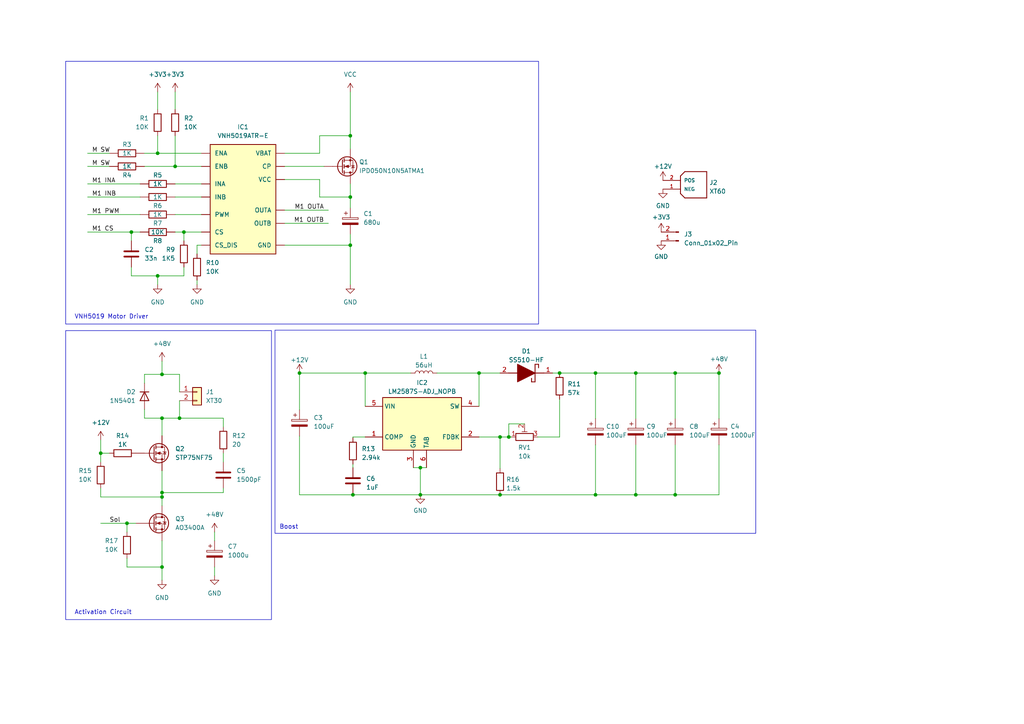
<source format=kicad_sch>
(kicad_sch (version 20230121) (generator eeschema)
  (paper "A4")
  (lib_symbols
    (symbol "Connector:Conn_01x02_Pin" (pin_names (offset 1.016) hide)
      (property "Reference" "J" (at 0 2.54 0))
      (property "Value" "Conn_01x02_Pin" (at 0 -5.08 0))
      (symbol "Conn_01x02_Pin_1_1"
        (polyline (pts (xy 1.27 -2.54) (xy 0.8636 -2.54)) (stroke (width 0.1524)))
        (polyline (pts (xy 1.27 0) (xy 0.8636 0)) (stroke (width 0.1524)))
        (rectangle (start 0.8636 -2.413) (end 0 -2.667) (stroke (width 0.1524)) (fill (type outline)))
        (rectangle (start 0.8636 0.127) (end 0 -0.127) (stroke (width 0.1524)) (fill (type outline)))
        (pin passive line (at 5.08 0 180) (length 3.81) (name "Pin_1") (number "1"))
        (pin passive line (at 5.08 -2.54 180) (length 3.81) (name "Pin_2") (number "2"))
      )
    )
    (symbol "Connector_Generic:Conn_01x02" (pin_names (offset 1.016) hide)
      (property "Reference" "J" (at 0 2.54 0))
      (property "Value" "Conn_01x02" (at 0 -5.08 0))
      (symbol "Conn_01x02_1_1"
        (rectangle (start -1.27 -2.413) (end 0 -2.667) (stroke (width 0.1524)))
        (rectangle (start -1.27 0.127) (end 0 -0.127) (stroke (width 0.1524)))
        (rectangle (start -1.27 1.27) (end 1.27 -3.81) (stroke (width 0.254)) (fill (type background)))
        (pin passive line (at -5.08 0 0) (length 3.81) (name "Pin_1") (number "1"))
        (pin passive line (at -5.08 -2.54 0) (length 3.81) (name "Pin_2") (number "2"))
      )
    )
    (symbol "Device:C" (pin_numbers hide) (pin_names (offset 0.254))
      (property "Reference" "C" (at 0.635 2.54 0))
      (property "Value" "C" (at 0.635 -2.54 0))
      (symbol "C_0_1"
        (polyline (pts (xy -2.032 -0.762) (xy 2.032 -0.762)) (stroke (width 0.508)))
        (polyline (pts (xy -2.032 0.762) (xy 2.032 0.762)) (stroke (width 0.508)))
      )
      (symbol "C_1_1"
        (pin passive line (at 0 3.81 270) (length 2.794) (name "~") (number "1"))
        (pin passive line (at 0 -3.81 90) (length 2.794) (name "~") (number "2"))
      )
    )
    (symbol "Device:C_Polarized" (pin_numbers hide) (pin_names (offset 0.254))
      (property "Reference" "C" (at 0.635 2.54 0))
      (property "Value" "C_Polarized" (at 0.635 -2.54 0))
      (symbol "C_Polarized_0_1"
        (rectangle (start -2.286 0.508) (end 2.286 1.016))
        (polyline (pts (xy -1.778 2.286) (xy -0.762 2.286)))
        (polyline (pts (xy -1.27 2.794) (xy -1.27 1.778)))
        (rectangle (start 2.286 -0.508) (end -2.286 -1.016) (fill (type outline)))
      )
      (symbol "C_Polarized_1_1"
        (pin passive line (at 0 3.81 270) (length 2.794) (name "~") (number "1"))
        (pin passive line (at 0 -3.81 90) (length 2.794) (name "~") (number "2"))
      )
    )
    (symbol "Device:L" (pin_numbers hide) (pin_names (offset 1.016) hide)
      (property "Reference" "L" (at -1.27 0 90))
      (property "Value" "L" (at 1.905 0 90))
      (symbol "L_0_1"
        (arc (start 0 -2.54) (mid 0.6323 -1.905) (end 0 -1.27))
        (arc (start 0 -1.27) (mid 0.6323 -0.635) (end 0 0))
        (arc (start 0 0) (mid 0.6323 0.635) (end 0 1.27))
        (arc (start 0 1.27) (mid 0.6323 1.905) (end 0 2.54))
      )
      (symbol "L_1_1"
        (pin passive line (at 0 3.81 270) (length 1.27) (name "1") (number "1"))
        (pin passive line (at 0 -3.81 90) (length 1.27) (name "2") (number "2"))
      )
    )
    (symbol "Device:R" (pin_numbers hide) (pin_names (offset 0))
      (property "Reference" "R" (at 2.032 0 90))
      (property "Value" "R" (at 0 0 90))
      (symbol "R_0_1"
        (rectangle (start -1.016 -2.54) (end 1.016 2.54) (stroke (width 0.254)))
      )
      (symbol "R_1_1"
        (pin passive line (at 0 3.81 270) (length 1.27) (name "~") (number "1"))
        (pin passive line (at 0 -3.81 90) (length 1.27) (name "~") (number "2"))
      )
    )
    (symbol "Device:R_Potentiometer_Trim" (pin_names (offset 1.016) hide)
      (property "Reference" "RV" (at -4.445 0 90))
      (property "Value" "R_Potentiometer_Trim" (at -2.54 0 90))
      (symbol "R_Potentiometer_Trim_0_1"
        (polyline (pts (xy 1.524 0.762) (xy 1.524 -0.762)))
        (polyline (pts (xy 2.54 0) (xy 1.524 0)))
        (rectangle (start 1.016 2.54) (end -1.016 -2.54) (stroke (width 0.254)))
      )
      (symbol "R_Potentiometer_Trim_1_1"
        (pin passive line (at 0 3.81 270) (length 1.27) (name "1") (number "1"))
        (pin passive line (at 3.81 0 180) (length 1.27) (name "2") (number "2"))
        (pin passive line (at 0 -3.81 90) (length 1.27) (name "3") (number "3"))
      )
    )
    (symbol "Diode:1N5401" (pin_numbers hide) (pin_names hide)
      (property "Reference" "D" (at 0 2.54 0))
      (property "Value" "1N5401" (at 0 -2.54 0))
      (symbol "1N5401_0_1"
        (polyline (pts (xy -1.27 1.27) (xy -1.27 -1.27)) (stroke (width 0.254)))
        (polyline (pts (xy 1.27 0) (xy -1.27 0)))
        (polyline (pts (xy 1.27 1.27) (xy 1.27 -1.27) (xy -1.27 0) (xy 1.27 1.27)) (stroke (width 0.254)))
      )
      (symbol "1N5401_1_1"
        (pin passive line (at -3.81 0 0) (length 2.54) (name "K") (number "1"))
        (pin passive line (at 3.81 0 180) (length 2.54) (name "A") (number "2"))
      )
    )
    (symbol "LM2587S-ADJ_NOPB:LM2587S-ADJ_NOPB"
      (property "Reference" "IC" (at -1.27 12.7 0))
      (property "Value" "LM2587S-ADJ_NOPB" (at -10.16 10.16 0))
      (symbol "LM2587S-ADJ_NOPB_1_1"
        (rectangle (start -11.43 7.62) (end 11.43 -7.62) (stroke (width 0.254)) (fill (type background)))
        (pin passive line (at -16.51 -3.81 0) (length 5.08) (name "COMP") (number "1"))
        (pin passive line (at 16.51 -3.81 180) (length 5.08) (name "FDBK") (number "2"))
        (pin passive line (at -2.54 -12.7 90) (length 5.08) (name "GND") (number "3"))
        (pin passive line (at 16.51 5.08 180) (length 5.08) (name "SW") (number "4"))
        (pin input line (at -16.51 5.08 0) (length 5.08) (name "VIN") (number "5"))
        (pin passive line (at 1.27 -12.7 90) (length 5.08) (name "TAB") (number "6"))
      )
    )
    (symbol "SS510-HF:SS510-HF" (pin_names hide)
      (property "Reference" "D" (at 12.7 8.89 0))
      (property "Value" "SS510-HF" (at 12.7 6.35 0))
      (symbol "SS510-HF_1_1"
        (polyline (pts (xy 5.08 0) (xy 7.62 0)) (stroke (width 0.254)))
        (polyline (pts (xy 6.604 -1.524) (xy 6.604 -2.54)) (stroke (width 0.254)))
        (polyline (pts (xy 7.62 -2.54) (xy 6.604 -2.54)) (stroke (width 0.254)))
        (polyline (pts (xy 7.62 2.54) (xy 7.62 -2.54)) (stroke (width 0.254)))
        (polyline (pts (xy 7.62 2.54) (xy 8.636 2.54)) (stroke (width 0.254)))
        (polyline (pts (xy 8.636 1.524) (xy 8.636 2.54)) (stroke (width 0.254)))
        (polyline (pts (xy 12.7 0) (xy 15.24 0)) (stroke (width 0.254)))
        (polyline (pts (xy 7.62 0) (xy 12.7 2.54) (xy 12.7 -2.54) (xy 7.62 0)) (stroke (width 0.254)) (fill (type outline)))
        (pin passive line (at 2.54 0 0) (length 2.54) (name "K") (number "1"))
        (pin passive line (at 17.78 0 180) (length 2.54) (name "A") (number "2"))
      )
    )
    (symbol "XT60-M:XT60" (pin_names (offset 1.016))
      (property "Reference" "J" (at 0 6.35 0))
      (property "Value" "XT60" (at 0 -5.08 0))
      (symbol "XT60_0_0"
        (polyline (pts (xy 0 -1.27) (xy 1.27 -2.54)) (stroke (width 0.254)))
        (polyline (pts (xy 0 2.54) (xy 0 -1.27)) (stroke (width 0.254)))
        (polyline (pts (xy 0 3.81) (xy 0 2.54)) (stroke (width 0.254)))
        (polyline (pts (xy 0 3.81) (xy 1.27 5.08)) (stroke (width 0.254)))
        (polyline (pts (xy 1.27 -2.54) (xy 7.62 -2.54)) (stroke (width 0.254)))
        (polyline (pts (xy 7.62 -2.54) (xy 7.62 5.08)) (stroke (width 0.254)))
        (polyline (pts (xy 7.62 5.08) (xy 1.27 5.08)) (stroke (width 0.254)))
      )
      (symbol "XT60_1_0"
        (pin passive line (at -5.08 0 0) (length 5.08) (name "NEG") (number "1"))
        (pin passive line (at -5.08 2.54 0) (length 5.08) (name "POS") (number "2"))
      )
    )
    (symbol "power:+12V" (power) (pin_names (offset 0))
      (property "Value" "+12V" (at 0 3.556 0))
      (symbol "+12V_0_1"
        (polyline (pts (xy -0.762 1.27) (xy 0 2.54)))
        (polyline (pts (xy 0 0) (xy 0 2.54)))
        (polyline (pts (xy 0 2.54) (xy 0.762 1.27)))
      )
      (symbol "+12V_1_1"
        (pin power_in line (at 0 0 90) (length 0) hide (name "+12V") (number "1"))
      )
    )
    (symbol "power:+3V3" (power) (pin_names (offset 0))
      (property "Value" "+3V3" (at 0 3.556 0))
      (symbol "+3V3_0_1"
        (polyline (pts (xy -0.762 1.27) (xy 0 2.54)))
        (polyline (pts (xy 0 0) (xy 0 2.54)))
        (polyline (pts (xy 0 2.54) (xy 0.762 1.27)))
      )
      (symbol "+3V3_1_1"
        (pin power_in line (at 0 0 90) (length 0) hide (name "+3V3") (number "1"))
      )
    )
    (symbol "power:+48V" (power) (pin_names (offset 0))
      (property "Value" "+48V" (at 0 3.556 0))
      (symbol "+48V_0_1"
        (polyline (pts (xy -0.762 1.27) (xy 0 2.54)))
        (polyline (pts (xy 0 0) (xy 0 2.54)))
        (polyline (pts (xy 0 2.54) (xy 0.762 1.27)))
      )
      (symbol "+48V_1_1"
        (pin power_in line (at 0 0 90) (length 0) hide (name "+48V") (number "1"))
      )
    )
    (symbol "power:GND" (power) (pin_names (offset 0))
      (property "Value" "GND" (at 0 -3.81 0))
      (symbol "GND_0_1"
        (polyline (pts (xy 0 0) (xy 0 -1.27) (xy 1.27 -1.27) (xy 0 -2.54) (xy -1.27 -1.27) (xy 0 -1.27)))
      )
      (symbol "GND_1_1"
        (pin power_in line (at 0 0 270) (length 0) hide (name "GND") (number "1"))
      )
    )
    (symbol "power:VCC" (power) (pin_names (offset 0))
      (property "Value" "VCC" (at 0 3.81 0))
      (symbol "VCC_0_1"
        (polyline (pts (xy -0.762 1.27) (xy 0 2.54)))
        (polyline (pts (xy 0 0) (xy 0 2.54)))
        (polyline (pts (xy 0 2.54) (xy 0.762 1.27)))
      )
      (symbol "VCC_1_1"
        (pin power_in line (at 0 0 90) (length 0) hide (name "VCC") (number "1"))
      )
    )
    (symbol "vincent:IPD050N10N5ATMA1" (pin_numbers hide) (pin_names hide)
      (property "Reference" "Q" (at 11.43 3.81 0))
      (property "Value" "IPD050N10N5ATMA1" (at 11.43 1.27 0))
      (symbol "IPD050N10N5ATMA1_0_1"
        (polyline (pts (xy 5.334 0) (xy 2.54 0)))
        (polyline (pts (xy 5.334 1.905) (xy 5.334 -1.905)) (stroke (width 0.254)))
        (polyline (pts (xy 5.842 -1.27) (xy 5.842 -2.286)) (stroke (width 0.254)))
        (polyline (pts (xy 5.842 0.508) (xy 5.842 -0.508)) (stroke (width 0.254)))
        (polyline (pts (xy 5.842 2.286) (xy 5.842 1.27)) (stroke (width 0.254)))
        (polyline (pts (xy 7.62 2.54) (xy 7.62 1.778)))
        (polyline (pts (xy 7.62 -2.54) (xy 7.62 0) (xy 5.842 0)))
        (polyline (pts (xy 5.842 -1.778) (xy 8.382 -1.778) (xy 8.382 1.778) (xy 5.842 1.778)))
        (polyline (pts (xy 6.096 0) (xy 7.112 0.381) (xy 7.112 -0.381) (xy 6.096 0)) (fill (type outline)))
        (polyline (pts (xy 7.874 0.508) (xy 8.001 0.381) (xy 8.763 0.381) (xy 8.89 0.254)))
        (polyline (pts (xy 8.382 0.381) (xy 8.001 -0.254) (xy 8.763 -0.254) (xy 8.382 0.381)))
        (circle (center 6.731 0) (radius 2.794) (stroke (width 0.254)))
        (circle (center 7.62 -1.778) (radius 0.254) (fill (type outline)))
        (circle (center 7.62 1.778) (radius 0.254) (fill (type outline)))
      )
      (symbol "IPD050N10N5ATMA1_1_1"
        (pin input line (at 0 0 0) (length 2.54) (name "G") (number "1"))
        (pin passive line (at 7.62 5.08 270) (length 2.54) (name "D") (number "2"))
        (pin passive line (at 7.62 -5.08 90) (length 2.54) (name "S") (number "3"))
      )
    )
    (symbol "vincent:R" (pin_numbers hide) (pin_names hide)
      (property "Reference" "R" (at 0 2.54 0))
      (property "Value" "Resistor" (at 0 -2.54 0))
      (symbol "R_0_1"
        (rectangle (start 2.54 -1.016) (end -2.54 1.016) (stroke (width 0.254)))
      )
      (symbol "R_1_1"
        (pin passive line (at -5.08 0 0) (length 2.54) (name "~") (number "1"))
        (pin passive line (at 5.08 0 180) (length 2.54) (name "~") (number "2"))
      )
    )
    (symbol "vincent:VNH5019ATR-E" (pin_numbers hide) (pin_names (offset 1.27))
      (property "Reference" "IC" (at 5.08 6.35 0))
      (property "Value" "VNH5019ATR-E" (at 11.43 3.81 0))
      (symbol "VNH5019ATR-E_1_1"
        (rectangle (start 5.08 2.54) (end 24.13 -29.21) (stroke (width 0.254)) (fill (type background)))
        (pin passive line (at 2.54 -12.7 0) (length 2.54) (name "INB") (number "10"))
        (pin passive line (at 26.67 -3.81 180) (length 2.54) (name "CP") (number "11"))
        (pin passive line (at 26.67 0 180) (length 2.54) (name "VBAT") (number "12"))
        (pin passive line (at 2.54 -8.89 0) (length 2.54) (name "INA") (number "4"))
        (pin passive line (at 2.54 0 0) (length 2.54) (name "ENA") (number "5"))
        (pin passive line (at 2.54 -26.67 0) (length 2.54) (name "CS_DIS") (number "6"))
        (pin passive line (at 2.54 -17.78 0) (length 2.54) (name "PWM") (number "7"))
        (pin passive line (at 2.54 -22.86 0) (length 2.54) (name "CS") (number "8"))
        (pin passive line (at 2.54 -3.81 0) (length 2.54) (name "ENB") (number "9"))
        (pin passive line (at 26.67 -26.67 180) (length 2.54) (name "GND") (number "GND"))
        (pin passive line (at 26.67 -16.51 180) (length 2.54) (name "OUTA") (number "OUTA"))
        (pin passive line (at 26.67 -20.32 180) (length 2.54) (name "OUTB") (number "OUTB"))
        (pin passive line (at 26.67 -7.62 180) (length 2.54) (name "VCC") (number "VCC"))
      )
    )
  )
  (junction (at 46.99 144.145))
  (junction (at 145.034 126.746))
  (junction (at 121.92 135.636))
  (junction (at 52.07 121.285))
  (junction (at 172.72 108.204))
  (junction (at 195.834 108.204))
  (junction (at 102.362 143.51))
  (junction (at 208.534 108.204))
  (junction (at 147.574 126.746))
  (junction (at 184.404 143.51))
  (junction (at 53.34 67.31))
  (junction (at 45.72 80.01))
  (junction (at 195.834 143.51))
  (junction (at 121.92 143.51))
  (junction (at 86.868 108.204))
  (junction (at 145.034 143.51))
  (junction (at 101.6 57.15))
  (junction (at 101.6 71.12))
  (junction (at 105.918 108.204))
  (junction (at 45.72 44.45))
  (junction (at 162.306 108.204))
  (junction (at 46.99 108.585))
  (junction (at 46.99 121.285))
  (junction (at 46.99 142.875))
  (junction (at 46.99 164.465))
  (junction (at 38.1 67.31))
  (junction (at 172.72 143.51))
  (junction (at 138.938 108.204))
  (junction (at 184.404 108.204))
  (junction (at 50.8 48.26))
  (junction (at 101.6 39.37))
  (junction (at 36.83 151.765))
  (junction (at 29.21 131.445))
  (wire (pts (xy 145.034 143.51) (xy 122.174 143.51)))
  (wire (pts (xy 64.77 131.445) (xy 64.77 133.985)))
  (wire (pts (xy 46.99 121.285) (xy 52.07 121.285)))
  (wire (pts (xy 162.306 126.746) (xy 155.956 126.746)))
  (wire (pts (xy 101.6 57.15) (xy 101.6 60.325)))
  (wire (pts (xy 36.83 151.765) (xy 39.37 151.765)))
  (wire (pts (xy 29.21 131.445) (xy 29.21 133.985)))
  (wire (pts (xy 41.91 108.585) (xy 46.99 108.585)))
  (wire (pts (xy 38.1 67.31) (xy 40.64 67.31)))
  (wire (pts (xy 50.8 67.31) (xy 53.34 67.31)))
  (wire (pts (xy 101.6 26.67) (xy 101.6 39.37)))
  (wire (pts (xy 145.034 126.746) (xy 145.034 135.89)))
  (wire (pts (xy 25.4 67.31) (xy 38.1 67.31)))
  (wire (pts (xy 50.8 53.34) (xy 58.42 53.34)))
  (wire (pts (xy 45.72 80.01) (xy 53.34 80.01)))
  (wire (pts (xy 92.71 44.45) (xy 92.71 39.37)))
  (wire (pts (xy 138.938 108.204) (xy 145.034 108.204)))
  (wire (pts (xy 46.99 142.875) (xy 64.77 142.875)))
  (wire (pts (xy 29.21 141.605) (xy 29.21 144.145)))
  (wire (pts (xy 46.99 136.525) (xy 46.99 142.875)))
  (wire (pts (xy 46.99 108.585) (xy 52.07 108.585)))
  (wire (pts (xy 62.23 154.305) (xy 62.23 156.845)))
  (wire (pts (xy 57.15 81.28) (xy 57.15 82.55)))
  (wire (pts (xy 172.72 129.032) (xy 172.72 143.51)))
  (wire (pts (xy 208.534 143.51) (xy 195.834 143.51)))
  (wire (pts (xy 195.834 129.032) (xy 195.834 143.51)))
  (wire (pts (xy 53.34 67.31) (xy 58.42 67.31)))
  (wire (pts (xy 53.34 67.31) (xy 53.34 69.85)))
  (wire (pts (xy 57.15 71.12) (xy 57.15 73.66)))
  (wire (pts (xy 172.72 143.51) (xy 145.034 143.51)))
  (wire (pts (xy 46.99 121.285) (xy 41.91 121.285)))
  (wire (pts (xy 41.91 44.45) (xy 45.72 44.45)))
  (wire (pts (xy 62.23 164.465) (xy 62.23 167.005)))
  (wire (pts (xy 101.6 71.12) (xy 101.6 82.55)))
  (wire (pts (xy 64.77 121.285) (xy 64.77 123.825)))
  (wire (pts (xy 82.55 48.26) (xy 93.98 48.26)))
  (wire (pts (xy 147.574 122.936) (xy 147.574 126.746)))
  (wire (pts (xy 162.306 115.824) (xy 162.306 126.746)))
  (wire (pts (xy 145.034 126.746) (xy 147.574 126.746)))
  (wire (pts (xy 25.4 53.34) (xy 40.64 53.34)))
  (wire (pts (xy 25.4 48.26) (xy 31.75 48.26)))
  (wire (pts (xy 121.92 143.51) (xy 121.92 135.636)))
  (wire (pts (xy 102.362 134.62) (xy 102.362 135.636)))
  (wire (pts (xy 25.4 57.15) (xy 40.64 57.15)))
  (wire (pts (xy 41.91 108.585) (xy 41.91 111.125)))
  (wire (pts (xy 82.55 71.12) (xy 101.6 71.12)))
  (wire (pts (xy 50.8 48.26) (xy 58.42 48.26)))
  (wire (pts (xy 147.574 126.746) (xy 148.336 126.746)))
  (wire (pts (xy 38.1 77.47) (xy 38.1 80.01)))
  (wire (pts (xy 172.72 108.204) (xy 184.404 108.204)))
  (wire (pts (xy 86.868 143.51) (xy 102.362 143.51)))
  (wire (pts (xy 82.55 44.45) (xy 92.71 44.45)))
  (wire (pts (xy 46.99 156.845) (xy 46.99 164.465)))
  (wire (pts (xy 46.99 144.145) (xy 46.99 146.685)))
  (wire (pts (xy 172.72 108.204) (xy 172.72 121.412)))
  (wire (pts (xy 31.75 131.445) (xy 29.21 131.445)))
  (wire (pts (xy 46.99 104.775) (xy 46.99 108.585)))
  (wire (pts (xy 29.21 144.145) (xy 46.99 144.145)))
  (wire (pts (xy 184.404 108.204) (xy 195.834 108.204)))
  (wire (pts (xy 184.404 129.032) (xy 184.404 143.51)))
  (wire (pts (xy 119.888 135.636) (xy 121.92 135.636)))
  (wire (pts (xy 195.834 108.204) (xy 195.834 121.412)))
  (wire (pts (xy 38.1 67.31) (xy 38.1 69.85)))
  (wire (pts (xy 25.4 44.45) (xy 31.75 44.45)))
  (wire (pts (xy 92.71 39.37) (xy 101.6 39.37)))
  (wire (pts (xy 46.99 164.465) (xy 46.99 168.275)))
  (wire (pts (xy 102.362 143.256) (xy 102.362 143.51)))
  (wire (pts (xy 82.55 60.96) (xy 95.25 60.96)))
  (wire (pts (xy 152.146 122.936) (xy 147.574 122.936)))
  (wire (pts (xy 101.6 39.37) (xy 101.6 43.18)))
  (wire (pts (xy 50.8 26.67) (xy 50.8 31.75)))
  (wire (pts (xy 122.174 143.51) (xy 122.174 143.764)))
  (wire (pts (xy 46.99 142.875) (xy 46.99 144.145)))
  (wire (pts (xy 92.71 52.07) (xy 92.71 57.15)))
  (wire (pts (xy 102.362 126.746) (xy 105.918 126.746)))
  (wire (pts (xy 195.834 108.204) (xy 208.534 108.204)))
  (wire (pts (xy 184.404 143.51) (xy 172.72 143.51)))
  (wire (pts (xy 105.918 108.204) (xy 86.868 108.204)))
  (wire (pts (xy 46.99 121.285) (xy 46.99 126.365)))
  (wire (pts (xy 50.8 62.23) (xy 58.42 62.23)))
  (wire (pts (xy 82.55 52.07) (xy 92.71 52.07)))
  (wire (pts (xy 138.938 108.204) (xy 126.746 108.204)))
  (wire (pts (xy 208.534 129.032) (xy 208.534 143.51)))
  (wire (pts (xy 45.72 39.37) (xy 45.72 44.45)))
  (wire (pts (xy 64.77 141.605) (xy 64.77 142.875)))
  (wire (pts (xy 45.72 26.67) (xy 45.72 31.75)))
  (wire (pts (xy 50.8 39.37) (xy 50.8 48.26)))
  (wire (pts (xy 86.868 108.204) (xy 86.868 118.872)))
  (wire (pts (xy 102.362 143.51) (xy 121.92 143.51)))
  (wire (pts (xy 45.72 44.45) (xy 58.42 44.45)))
  (wire (pts (xy 29.21 151.765) (xy 36.83 151.765)))
  (wire (pts (xy 105.918 108.204) (xy 105.918 117.856)))
  (wire (pts (xy 162.306 108.204) (xy 172.72 108.204)))
  (wire (pts (xy 38.1 80.01) (xy 45.72 80.01)))
  (wire (pts (xy 184.404 108.204) (xy 184.404 121.412)))
  (wire (pts (xy 52.07 113.665) (xy 52.07 108.585)))
  (wire (pts (xy 138.938 117.856) (xy 138.938 108.204)))
  (wire (pts (xy 119.126 108.204) (xy 105.918 108.204)))
  (wire (pts (xy 82.55 64.77) (xy 95.25 64.77)))
  (wire (pts (xy 208.534 108.204) (xy 208.534 121.412)))
  (wire (pts (xy 122.174 143.764) (xy 121.92 143.764)))
  (wire (pts (xy 121.92 143.764) (xy 121.92 143.51)))
  (wire (pts (xy 92.71 57.15) (xy 101.6 57.15)))
  (wire (pts (xy 45.72 80.01) (xy 45.72 82.55)))
  (wire (pts (xy 53.34 77.47) (xy 53.34 80.01)))
  (wire (pts (xy 160.274 108.204) (xy 162.306 108.204)))
  (wire (pts (xy 52.07 116.205) (xy 52.07 121.285)))
  (wire (pts (xy 101.6 53.34) (xy 101.6 57.15)))
  (wire (pts (xy 36.83 164.465) (xy 46.99 164.465)))
  (wire (pts (xy 41.91 121.285) (xy 41.91 118.745)))
  (wire (pts (xy 36.83 151.765) (xy 36.83 154.305)))
  (wire (pts (xy 86.868 126.492) (xy 86.868 143.51)))
  (wire (pts (xy 121.92 135.636) (xy 123.698 135.636)))
  (wire (pts (xy 50.8 57.15) (xy 58.42 57.15)))
  (wire (pts (xy 195.834 143.51) (xy 184.404 143.51)))
  (wire (pts (xy 41.91 48.26) (xy 50.8 48.26)))
  (wire (pts (xy 36.83 161.925) (xy 36.83 164.465)))
  (wire (pts (xy 25.4 62.23) (xy 40.64 62.23)))
  (wire (pts (xy 29.21 127.635) (xy 29.21 131.445)))
  (wire (pts (xy 101.6 67.945) (xy 101.6 71.12)))
  (wire (pts (xy 58.42 71.12) (xy 57.15 71.12)))
  (wire (pts (xy 138.938 126.746) (xy 145.034 126.746)))
  (wire (pts (xy 102.362 127) (xy 102.362 126.746)))
  (wire (pts (xy 52.07 121.285) (xy 64.77 121.285)))
  (rectangle (start 79.756 95.758) (end 219.202 154.686))
  (rectangle (start 19.05 17.78) (end 156.21 93.98))
  (rectangle (start 19.05 95.885) (end 78.74 179.705))
  (text "Activation Circuit" (at 21.59 178.435 0) (effects (font (size 1.27 1.27)) (justify left bottom)))
  (text "Boost" (at 81.026 153.67 0) (effects (font (size 1.27 1.27)) (justify left bottom)))
  (text "VNH5019 Motor Driver" (at 21.59 92.71 0) (effects (font (size 1.27 1.27)) (justify left bottom)))
  (label "M1 OUTA" (at 93.98 60.96 180))
  (label "Sol" (at 31.75 151.765 0))
  (label "M1 OUTB" (at 93.98 64.77 180))
  (label "M SW" (at 26.67 44.45 0))
  (label "M1 INB" (at 26.67 57.15 0))
  (label "M1 CS" (at 26.67 67.31 0))
  (label "M1 INA" (at 26.67 53.34 0))
  (label "M1 PWM" (at 26.67 62.23 0))
  (label "M SW" (at 26.67 48.26 0))
  (symbol (lib_id "Device:R") (at 57.15 77.47 0) (unit 1)
    (property "Reference" "R10" (at 59.69 76.1999 0) (effects (justify left)))
    (property "Value" "10K" (at 59.69 78.7399 0) (effects (justify left)))
    (property "Footprint" "test-pcb:res0603" (effects hide))
  )
  (symbol (lib_id "Device:C_Polarized") (at 184.404 125.222 0) (unit 1)
    (property "Reference" "C9" (at 187.452 123.698 0) (effects (justify left)))
    (property "Value" "100uF" (at 187.452 126.238 0) (effects (justify left)))
    (property "Footprint" "test-pcb:EIA-7343-D" (effects hide))
  )
  (symbol (lib_id "SS510-HF:SS510-HF") (at 162.814 108.204 180) (unit 1)
    (property "Reference" "D1" (at 152.654 101.854 0))
    (property "Value" "SS510-HF" (at 152.654 104.394 0))
    (property "Footprint" "Robocup:DIOM5025X220N" (effects hide))
    (property "Datasheet" "https://www.comchiptech.com/admin/files/product/20190806165140.pdf" (effects hide))
    (property "Height" "2.2" (effects hide))
    (property "Manufacturer_Name" "Comchip Technology" (effects hide))
    (property "Manufacturer_Part_Number" "SS510-HF" (effects hide))
    (property "Mouser Part Number" "750-SS510-HF" (effects hide))
    (property "Mouser Price/Stock" "https://www.mouser.co.uk/ProductDetail/Comchip-Technology/SS510-HF?qs=GBLSl2AkirsMVpU1ZRGkfw%3D%3D" (effects hide))
    (property "Arrow Part Number" "SS510-HF" (effects hide))
    (property "Arrow Price/Stock" "https://www.arrow.com/en/products/ss510-hf/comchip-technology?region=nac" (effects hide))
  )
  (symbol (lib_id "Device:R_Potentiometer_Trim") (at 152.146 126.746 90) (unit 1)
    (property "Reference" "RV1" (at 152.146 129.794 90))
    (property "Value" "10k" (at 152.146 132.334 90))
    (property "Footprint" "test-pcb:TRIM_3362W-1-203LF" (effects hide))
  )
  (symbol (lib_id "Device:R") (at 36.83 158.115 0) (unit 1)
    (property "Reference" "R17" (at 34.29 156.845 0) (effects (justify right)))
    (property "Value" "10K" (at 34.29 159.385 0) (effects (justify right)))
    (property "Footprint" "test-pcb:res0603" (effects hide))
  )
  (symbol (lib_id "XT60-M:XT60") (at 197.358 54.864 0) (unit 1)
    (property "Reference" "J2" (at 205.74 52.959 0) (effects (justify left)))
    (property "Value" "XT60" (at 205.74 55.499 0) (effects (justify left)))
    (property "Footprint" "test-pcb:AMASS_XT60-M" (effects hide))
    (property "MANUFACTURER" "AMASS" (effects hide))
    (property "PARTREV" "V1.2" (effects hide))
    (property "STANDARD" "IPC 7351B" (effects hide))
    (property "MAXIMUM_PACKAGE_HEIGHT" "16.00 mm" (effects hide))
  )
  (symbol (lib_id "power:GND") (at 191.77 69.85 0) (unit 1)
    (property "Reference" "#PWR017" (effects hide))
    (property "Value" "GND" (at 191.77 74.422 0))
  )
  (symbol (lib_id "power:GND") (at 121.92 143.51 0) (unit 1)
    (property "Reference" "#PWR010" (effects hide))
    (property "Value" "GND" (at 121.92 148.082 0))
  )
  (symbol (lib_id "power:GND") (at 45.72 82.55 0) (unit 1)
    (property "Reference" "#PWR04" (effects hide))
    (property "Value" "GND" (at 45.72 87.63 0))
  )
  (symbol (lib_id "Diode:1N5401") (at 41.91 114.935 90) (mirror x) (unit 1)
    (property "Reference" "D2" (at 39.37 113.665 90) (effects (justify left)))
    (property "Value" "1N5401" (at 39.37 116.205 90) (effects (justify left)))
    (property "Footprint" "Diode_THT:D_DO-201AD_P15.24mm_Horizontal" (effects hide))
    (property "Datasheet" "http://www.vishay.com/docs/88516/1n5400.pdf" (effects hide))
    (property "Sim.Device" "D" (effects hide))
    (property "Sim.Pins" "1=K 2=A" (effects hide))
  )
  (symbol (lib_id "power:+12V") (at 192.278 52.324 0) (unit 1)
    (property "Reference" "#PWR015" (effects hide))
    (property "Value" "+12V" (at 192.278 48.26 0))
  )
  (symbol (lib_id "Device:C") (at 102.362 139.446 0) (unit 1)
    (property "Reference" "C6" (at 106.172 138.811 0) (effects (justify left)))
    (property "Value" "1uF" (at 106.172 141.351 0) (effects (justify left)))
    (property "Footprint" "test-pcb:cap0603" (effects hide))
  )
  (symbol (lib_id "power:+3V3") (at 45.72 26.67 0) (unit 1)
    (property "Reference" "#PWR01" (effects hide))
    (property "Value" "+3V3" (at 45.72 21.59 0))
  )
  (symbol (lib_id "Device:R") (at 53.34 73.66 0) (mirror y) (unit 1)
    (property "Reference" "R9" (at 50.8 72.3899 0) (effects (justify left)))
    (property "Value" "1K5" (at 50.8 74.9299 0) (effects (justify left)))
    (property "Footprint" "test-pcb:res0603" (effects hide))
  )
  (symbol (lib_id "Device:C") (at 64.77 137.795 0) (unit 1)
    (property "Reference" "C5" (at 68.58 136.525 0) (effects (justify left)))
    (property "Value" "1500pF" (at 68.58 139.065 0) (effects (justify left)))
    (property "Footprint" "test-pcb:cap0603" (effects hide))
  )
  (symbol (lib_id "power:GND") (at 46.99 168.275 0) (unit 1)
    (property "Reference" "#PWR013" (effects hide))
    (property "Value" "GND" (at 46.99 173.355 0))
  )
  (symbol (lib_id "power:+48V") (at 62.23 154.305 0) (unit 1)
    (property "Reference" "#PWR011" (effects hide))
    (property "Value" "+48V" (at 62.23 149.225 0))
  )
  (symbol (lib_id "vincent:R") (at 36.83 44.45 0) (unit 1)
    (property "Reference" "R3" (at 36.83 41.91 0))
    (property "Value" "1K" (at 36.83 44.45 0))
    (property "Footprint" "test-pcb:res0603" (effects hide))
  )
  (symbol (lib_id "LM2587S-ADJ_NOPB:LM2587S-ADJ_NOPB") (at 122.428 122.936 0) (unit 1)
    (property "Reference" "IC2" (at 122.428 110.998 0))
    (property "Value" "LM2587S-ADJ_NOPB" (at 122.428 113.538 0))
    (property "Footprint" "test-pcb:TO170P1435X465-6N" (effects hide))
    (property "Datasheet" "http://www.ti.com/lit/ds/symlink/lm2587.pdf" (effects hide))
    (property "Height" "4.65" (effects hide))
    (property "Manufacturer_Name" "Texas Instruments" (effects hide))
    (property "Manufacturer_Part_Number" "LM2587S-ADJ/NOPB" (effects hide))
    (property "Mouser Part Number" "926-LM2587S-ADJ/NOPB" (effects hide))
    (property "Mouser Price/Stock" "https://www.mouser.co.uk/ProductDetail/Texas-Instruments/LM2587S-ADJ-NOPB?qs=X1J7HmVL2ZEPViE%252BXoggZw%3D%3D" (effects hide))
    (property "Arrow Part Number" "LM2587S-ADJ/NOPB" (effects hide))
    (property "Arrow Price/Stock" "https://www.arrow.com/en/products/lm2587s-adjnopb/texas-instruments?region=nac" (effects hide))
  )
  (symbol (lib_id "Device:R") (at 35.56 131.445 90) (unit 1)
    (property "Reference" "R14" (at 35.56 126.365 90))
    (property "Value" "1K" (at 35.56 128.905 90))
    (property "Footprint" "test-pcb:res0603" (effects hide))
  )
  (symbol (lib_id "Device:C_Polarized") (at 208.534 125.222 0) (unit 1)
    (property "Reference" "C4" (at 211.836 123.698 0) (effects (justify left)))
    (property "Value" "1000uF" (at 211.836 126.238 0) (effects (justify left)))
    (property "Footprint" "test-pcb:CAPAE1030X1270N" (effects hide))
  )
  (symbol (lib_id "vincent:R") (at 36.83 48.26 0) (mirror x) (unit 1)
    (property "Reference" "R4" (at 36.83 50.8 0))
    (property "Value" "1K" (at 36.83 48.26 0))
    (property "Footprint" "test-pcb:res0603" (effects hide))
  )
  (symbol (lib_id "Device:R") (at 145.034 139.7 0) (unit 1)
    (property "Reference" "R16" (at 146.812 139.065 0) (effects (justify left)))
    (property "Value" "1.5k" (at 146.812 141.605 0) (effects (justify left)))
    (property "Footprint" "test-pcb:res0603" (effects hide))
  )
  (symbol (lib_id "Connector:Conn_01x02_Pin") (at 196.85 69.85 180) (unit 1)
    (property "Reference" "J3" (at 198.374 67.945 0) (effects (justify right)))
    (property "Value" "Conn_01x02_Pin" (at 198.374 70.485 0) (effects (justify right)))
    (property "Footprint" "Connector_PinHeader_2.54mm:PinHeader_1x02_P2.54mm_Vertical" (effects hide))
  )
  (symbol (lib_id "Device:R") (at 50.8 35.56 0) (unit 1)
    (property "Reference" "R2" (at 53.34 34.2899 0) (effects (justify left)))
    (property "Value" "10K" (at 53.34 36.8299 0) (effects (justify left)))
    (property "Footprint" "test-pcb:res0603" (effects hide))
  )
  (symbol (lib_id "Device:C_Polarized") (at 101.6 64.135 0) (unit 1)
    (property "Reference" "C1" (at 105.41 61.9759 0) (effects (justify left)))
    (property "Value" "680u" (at 105.41 64.5159 0) (effects (justify left)))
    (property "Footprint" "test-pcb:TRIM_3362W-1-203LF" (effects hide))
  )
  (symbol (lib_id "Device:C_Polarized") (at 86.868 122.682 0) (unit 1)
    (property "Reference" "C3" (at 90.932 121.158 0) (effects (justify left)))
    (property "Value" "100uF" (at 90.932 123.698 0) (effects (justify left)))
    (property "Footprint" "test-pcb:EIA-7343-D" (effects hide))
  )
  (symbol (lib_id "Device:L") (at 122.936 108.204 90) (unit 1)
    (property "Reference" "L1" (at 122.936 103.378 90))
    (property "Value" "56uH" (at 122.936 105.918 90))
    (property "Footprint" "test-pcb:0630 One Piece Inductor" (effects hide))
  )
  (symbol (lib_id "Device:C_Polarized") (at 62.23 160.655 0) (unit 1)
    (property "Reference" "C7" (at 66.04 158.4959 0) (effects (justify left)))
    (property "Value" "1000u" (at 66.04 161.0359 0) (effects (justify left)))
    (property "Footprint" "test-pcb:CAPAE1030X1270N" (effects hide))
  )
  (symbol (lib_id "power:GND") (at 62.23 167.005 0) (unit 1)
    (property "Reference" "#PWR012" (effects hide))
    (property "Value" "GND" (at 62.23 172.085 0))
  )
  (symbol (lib_id "power:GND") (at 192.278 54.864 0) (unit 1)
    (property "Reference" "#PWR016" (effects hide))
    (property "Value" "GND" (at 192.278 59.69 0))
  )
  (symbol (lib_id "Device:R") (at 64.77 127.635 0) (mirror y) (unit 1)
    (property "Reference" "R12" (at 67.31 126.365 0) (effects (justify right)))
    (property "Value" "20" (at 67.31 128.905 0) (effects (justify right)))
    (property "Footprint" "test-pcb:res0603" (effects hide))
  )
  (symbol (lib_id "vincent:R") (at 45.72 57.15 0) (mirror x) (unit 1)
    (property "Reference" "R6" (at 45.72 59.69 0))
    (property "Value" "1K" (at 45.72 57.15 0))
    (property "Footprint" "test-pcb:res0603" (effects hide))
  )
  (symbol (lib_id "Device:R") (at 102.362 130.81 0) (unit 1)
    (property "Reference" "R13" (at 104.902 130.175 0) (effects (justify left)))
    (property "Value" "2.94k" (at 104.902 132.715 0) (effects (justify left)))
    (property "Footprint" "test-pcb:res0603" (effects hide))
  )
  (symbol (lib_id "Device:R") (at 45.72 35.56 0) (mirror y) (unit 1)
    (property "Reference" "R1" (at 43.18 34.2899 0) (effects (justify left)))
    (property "Value" "10K" (at 43.18 36.8299 0) (effects (justify left)))
    (property "Footprint" "test-pcb:res0603" (effects hide))
  )
  (symbol (lib_id "Device:R") (at 162.306 112.014 0) (unit 1)
    (property "Reference" "R11" (at 164.592 111.379 0) (effects (justify left)))
    (property "Value" "57k" (at 164.592 113.919 0) (effects (justify left)))
    (property "Footprint" "test-pcb:res0603" (effects hide))
  )
  (symbol (lib_id "Device:C") (at 38.1 73.66 0) (unit 1)
    (property "Reference" "C2" (at 41.91 72.3899 0) (effects (justify left)))
    (property "Value" "33n" (at 41.91 74.9299 0) (effects (justify left)))
    (property "Footprint" "test-pcb:cap0603" (effects hide))
  )
  (symbol (lib_id "vincent:R") (at 45.72 67.31 0) (mirror x) (unit 1)
    (property "Reference" "R8" (at 45.72 69.85 0))
    (property "Value" "10K" (at 45.72 67.31 0))
    (property "Footprint" "test-pcb:res0603" (effects hide))
  )
  (symbol (lib_id "power:+3V3") (at 50.8 26.67 0) (unit 1)
    (property "Reference" "#PWR02" (effects hide))
    (property "Value" "+3V3" (at 50.8 21.59 0))
  )
  (symbol (lib_id "power:VCC") (at 101.6 26.67 0) (unit 1)
    (property "Reference" "#PWR03" (effects hide))
    (property "Value" "VCC" (at 101.6 21.59 0))
  )
  (symbol (lib_id "Device:C_Polarized") (at 195.834 125.222 0) (unit 1)
    (property "Reference" "C8" (at 199.898 123.698 0) (effects (justify left)))
    (property "Value" "100uF" (at 199.898 126.238 0) (effects (justify left)))
    (property "Footprint" "test-pcb:EIA-7343-D" (effects hide))
  )
  (symbol (lib_id "vincent:R") (at 45.72 53.34 0) (unit 1)
    (property "Reference" "R5" (at 45.72 50.8 0))
    (property "Value" "1K" (at 45.72 53.34 0))
    (property "Footprint" "test-pcb:res0603" (effects hide))
  )
  (symbol (lib_id "power:+3V3") (at 191.77 67.31 0) (unit 1)
    (property "Reference" "#PWR018" (effects hide))
    (property "Value" "+3V3" (at 191.77 62.992 0))
  )
  (symbol (lib_id "power:GND") (at 57.15 82.55 0) (unit 1)
    (property "Reference" "#PWR05" (effects hide))
    (property "Value" "GND" (at 57.15 87.63 0))
  )
  (symbol (lib_id "power:+48V") (at 208.534 108.204 0) (unit 1)
    (property "Reference" "#PWR014" (effects hide))
    (property "Value" "+48V" (at 208.534 104.14 0))
  )
  (symbol (lib_id "vincent:VNH5019ATR-E") (at 55.88 44.45 0) (unit 1)
    (property "Reference" "IC1" (at 70.485 36.83 0))
    (property "Value" "VNH5019ATR-E" (at 70.485 39.37 0))
    (property "Footprint" "test-pcb:VNH5019A-E" (effects hide))
    (property "Datasheet" "https://www.st.com/resource/en/datasheet/vnh5019a-e.pdf" (effects hide))
    (property "Mouser Part Number" "511-VNH5019ATR-E" (effects hide))
    (property "Mouser Price/Stock" "https://www.mouser.co.uk/ProductDetail/STMicroelectronics/VNH5019ATR-E?qs=T%2FOtf55vL7cDceYVZzSNKw%3D%3D" (effects hide))
    (property "Manufacturer_Name" "STMicroelectronics" (effects hide))
    (property "Manufacturer_Part_Number" "VNH5019ATR-E" (effects hide))
  )
  (symbol (lib_id "vincent:IPD050N10N5ATMA1") (at 93.98 48.26 0) (mirror x) (unit 1)
    (property "Reference" "Q1" (at 104.14 46.99 0) (effects (justify left)))
    (property "Value" "IPD050N10N5ATMA1" (at 104.14 49.53 0) (effects (justify left)))
    (property "Footprint" "test-pcb:IPD050N10N5ATMA1" (effects hide))
    (property "Datasheet" "https://www.infineon.com/dgdl/Infineon-IPD050N10N5-DS-v02_01-EN.pdf?fileId=5546d4625b3ca4ec015b615bb7536713" (effects hide))
    (property "Height" "2.41" (effects hide))
    (property "Mouser Part Number" "726-IPD050N10N5ATMA1" (effects hide))
    (property "Mouser Price/Stock" "https://www.mouser.co.uk/ProductDetail/Infineon-Technologies/IPD050N10N5ATMA1?qs=u4fy%2FsgLU9Pgz4QwaVUqjg%3D%3D" (effects hide))
    (property "Manufacturer_Name" "Infineon" (effects hide))
    (property "Manufacturer_Part_Number" "IPD050N10N5ATMA1" (effects hide))
  )
  (symbol (lib_id "Device:R") (at 29.21 137.795 0) (unit 1)
    (property "Reference" "R15" (at 26.67 136.525 0) (effects (justify right)))
    (property "Value" "10K" (at 26.67 139.065 0) (effects (justify right)))
    (property "Footprint" "test-pcb:res0603" (effects hide))
  )
  (symbol (lib_id "power:+12V") (at 29.21 127.635 0) (unit 1)
    (property "Reference" "#PWR09" (effects hide))
    (property "Value" "+12V" (at 29.21 122.555 0))
  )
  (symbol (lib_id "Device:C_Polarized") (at 172.72 125.222 0) (unit 1)
    (property "Reference" "C10" (at 175.768 123.698 0) (effects (justify left)))
    (property "Value" "100uF" (at 175.768 126.238 0) (effects (justify left)))
    (property "Footprint" "test-pcb:EIA-7343-D" (effects hide))
  )
  (symbol (lib_id "power:+48V") (at 46.99 104.775 0) (unit 1)
    (property "Reference" "#PWR07" (effects hide))
    (property "Value" "+48V" (at 46.99 99.695 0))
  )
  (symbol (lib_id "power:GND") (at 101.6 82.55 0) (unit 1)
    (property "Reference" "#PWR06" (effects hide))
    (property "Value" "GND" (at 101.6 87.63 0))
  )
  (symbol (lib_id "power:+12V") (at 86.868 108.204 0) (unit 1)
    (property "Reference" "#PWR08" (effects hide))
    (property "Value" "+12V" (at 86.868 104.394 0))
  )
  (symbol (lib_id "vincent:R") (at 45.72 62.23 0) (mirror x) (unit 1)
    (property "Reference" "R7" (at 45.72 64.77 0))
    (property "Value" "1K" (at 45.72 62.23 0))
    (property "Footprint" "test-pcb:res0603" (effects hide))
  )
  (symbol (lib_id "vincent:IPD050N10N5ATMA1") (at 39.37 151.765 0) (unit 1)
    (property "Reference" "Q3" (at 50.8 150.4949 0) (effects (justify left)))
    (property "Value" "AO3400A" (at 50.8 153.0349 0) (effects (justify left)))
    (property "Datasheet" "https://aosmd.com/sites/default/files/res/data_sheets/AO3400A.pdf" (effects hide))
  )
  (symbol (lib_id "Connector_Generic:Conn_01x02") (at 57.15 113.665 0) (unit 1)
    (property "Reference" "J1" (at 59.69 113.6649 0) (effects (justify left)))
    (property "Value" "XT30" (at 59.69 116.2049 0) (effects (justify left)))
    (property "Footprint" "test-pcb:AMASS_XT30-F" (effects hide))
  )
  (symbol (lib_id "vincent:IPD050N10N5ATMA1") (at 39.37 131.445 0) (unit 1)
    (property "Reference" "Q2" (at 50.8 130.1749 0) (effects (justify left)))
    (property "Value" "STP75NF75" (at 50.8 132.7149 0) (effects (justify left)))
    (property "Footprint" "test-pcb:TO255P1040X460X2890-3" (effects hide))
    (property "Datasheet" "https://www.mouser.sg/datasheet/2/389/stb75nf75-1850359.pdf" (effects hide))
    (property "Mouser Part Number" "511-STP75NF75" (effects hide))
    (property "Manufacturer_Name" "STMicroelectronics" (effects hide))
    (property "Manufacturer_Part_Number" "STP75NF75" (effects hide))
  )
)
</source>
